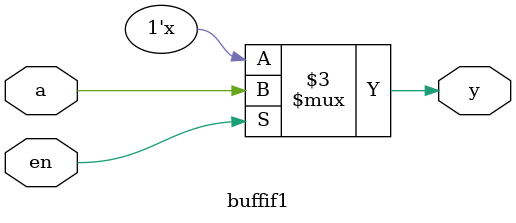
<source format=v>
module io_v1 (D, B1, B2, addr, cha, chb, clk, WE, B0, B3, Da, Db);
    input [7:0] D;
    input [7:0] B1, B2;
    input [1:0] addr, cha, chb;
    input clk, WE;
    output [7:0] B0, B3, Da, Db;

    reg [7:0] Q3, Q2, Q1, Q0;
    wire [7:0] K1, K2;
    reg [1:0] choicetema, choicetemb;
    reg [7:0] Da, Db;

    // Decoder + Data register
    always @(posedge clk) begin
        if (WE) begin
            case (addr)
                2'b00: Q0 <= D;
                2'b01: Q1 <= D;
                2'b10: Q2 <= D;
                2'b11: Q3 <= D;
            endcase
        end else begin
            Q0 <= Q0;
            Q1 <= Q1;
            Q2 <= Q2;
            Q3 <= Q3;
        end
    end

    // Tristate buffer and I/O
    buffif1 t1_0(.y(K1[0]), .a(Q1[0]), .en(Q0[0]));
    buffif1 t1_1(.y(K1[1]), .a(Q1[1]), .en(Q0[0]));
    buffif1 t1_2(.y(K1[2]), .a(Q1[2]), .en(Q0[0]));
    buffif1 t1_3(.y(K1[3]), .a(Q1[3]), .en(Q0[0]));
    buffif1 t1_4(.y(K1[4]), .a(Q1[4]), .en(Q0[0]));
    buffif1 t1_5(.y(K1[5]), .a(Q1[5]), .en(Q0[0]));
    buffif1 t1_6(.y(K1[6]), .a(Q1[6]), .en(Q0[0]));
    buffif1 t1_7(.y(K1[7]), .a(Q1[7]), .en(Q0[0]));

    buffif1 t2_0(.y(K2[0]), .a(Q2[0]), .en(Q0[1]));
    buffif1 t2_1(.y(K2[1]), .a(Q2[1]), .en(Q0[1]));
    buffif1 t2_2(.y(K2[2]), .a(Q2[2]), .en(Q0[1]));
    buffif1 t2_3(.y(K2[3]), .a(Q2[3]), .en(Q0[1]));
    buffif1 t2_4(.y(K2[4]), .a(Q2[4]), .en(Q0[1]));
    buffif1 t2_5(.y(K2[5]), .a(Q2[5]), .en(Q0[1]));
    buffif1 t2_6(.y(K2[6]), .a(Q2[6]), .en(Q0[1]));
    buffif1 t2_7(.y(K2[7]), .a(Q2[7]), .en(Q0[1]));

    assign B0 = Q0; // Data output
    assign B1 = K1; // I/O
    assign B2 = K2; // I/O
    assign B3 = Q3; // Data output

    // Address register and I/O
    always @(posedge clk) begin
        choicetema <= cha;
        choicetemb <= chb;
    end
    always @(choicetema or Q3 or K2 or K1 or Q0) begin
        case (choicetema)
            2'b00: Da <= Q0;
            2'b01: Da <= K1;
            2'b10: Da <= K2;
            2'b11: Da <= Q3;
        endcase
    end
    // Data register and I/O
    always @(choicetemb or Q3 or K2 or K1 or Q0) begin
        case (choicetemb)
            2'b00: Db <= Q0;
            2'b01: Db <= K1;
            2'b10: Db <= K2;
            2'b11: Db <= Q3;
        endcase
    end

endmodule

module buffif1 (
    y,
    a,
    en
);
    output reg y;
    input wire a;
    input wire en;

    always @(*) begin
        if (en) begin
            y = a;
        end else begin
            y = 1'bz;
        end
    end
endmodule
</source>
